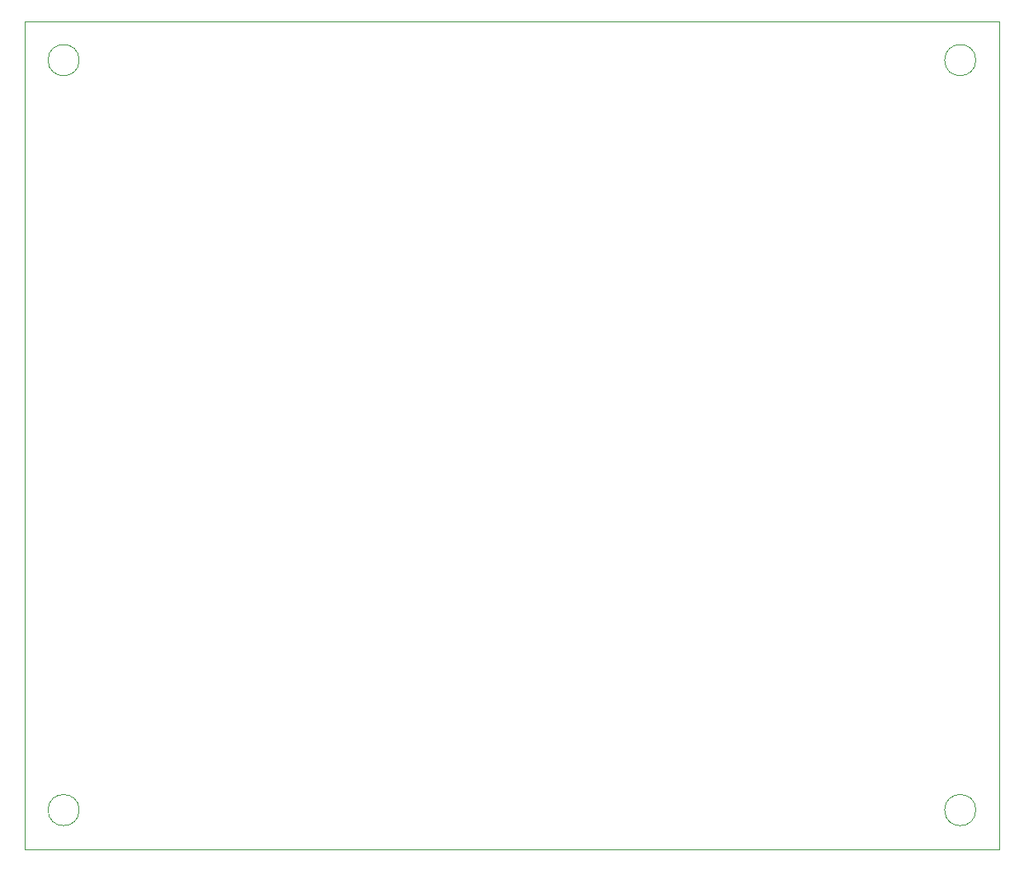
<source format=gbr>
%TF.GenerationSoftware,KiCad,Pcbnew,9.0.3*%
%TF.CreationDate,2025-10-30T19:50:34+09:00*%
%TF.ProjectId,VCOBoard,56434f42-6f61-4726-942e-6b696361645f,rev?*%
%TF.SameCoordinates,Original*%
%TF.FileFunction,Profile,NP*%
%FSLAX46Y46*%
G04 Gerber Fmt 4.6, Leading zero omitted, Abs format (unit mm)*
G04 Created by KiCad (PCBNEW 9.0.3) date 2025-10-30 19:50:34*
%MOMM*%
%LPD*%
G01*
G04 APERTURE LIST*
%TA.AperFunction,Profile*%
%ADD10C,0.050000*%
%TD*%
G04 APERTURE END LIST*
D10*
X91600000Y-125000000D02*
G75*
G02*
X88400000Y-125000000I-1600000J0D01*
G01*
X88400000Y-125000000D02*
G75*
G02*
X91600000Y-125000000I1600000J0D01*
G01*
X183600000Y-125000000D02*
G75*
G02*
X180400000Y-125000000I-1600000J0D01*
G01*
X180400000Y-125000000D02*
G75*
G02*
X183600000Y-125000000I1600000J0D01*
G01*
X91600000Y-48000000D02*
G75*
G02*
X88400000Y-48000000I-1600000J0D01*
G01*
X88400000Y-48000000D02*
G75*
G02*
X91600000Y-48000000I1600000J0D01*
G01*
X86000000Y-44000000D02*
X186000000Y-44000000D01*
X186000000Y-129000000D01*
X86000000Y-129000000D01*
X86000000Y-44000000D01*
X183600000Y-48000000D02*
G75*
G02*
X180400000Y-48000000I-1600000J0D01*
G01*
X180400000Y-48000000D02*
G75*
G02*
X183600000Y-48000000I1600000J0D01*
G01*
M02*

</source>
